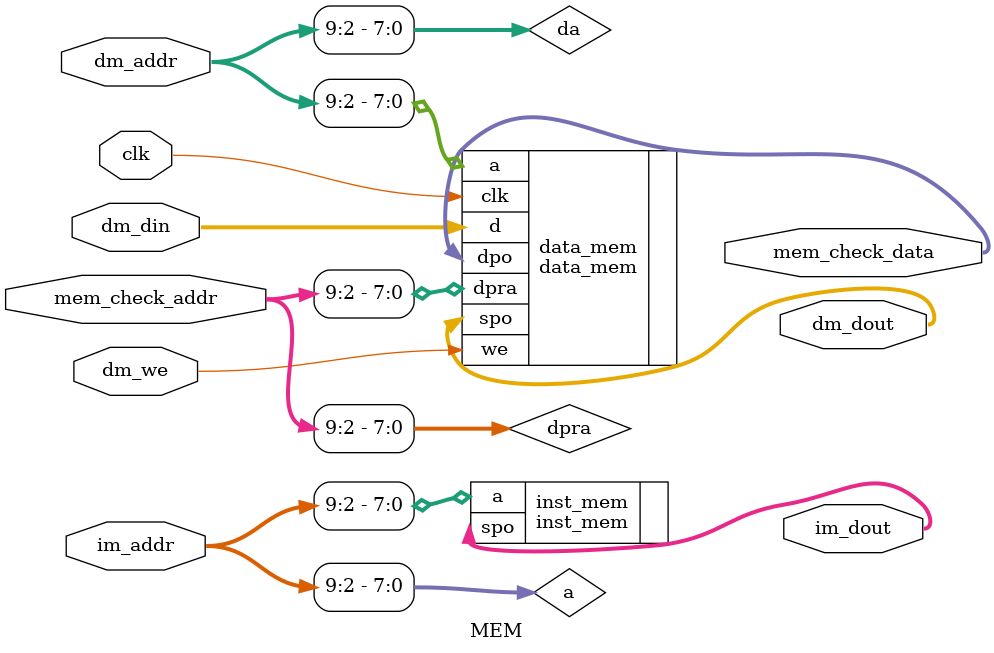
<source format=v>
module MEM(
    input clk,

    // MEM Data BUS with CPU
	// IM port
    input [31:0] im_addr,
    output [31:0] im_dout,
	
	// DM port
    input  [31:0] dm_addr,
    input dm_we,
    input  [31:0] dm_din,
    output [31:0] dm_dout,

    // MEM Debug BUS
    input [31:0] mem_check_addr,
    output [31:0] mem_check_data
);
   
   // TODO: Your IP here.
   // Remember that we need [9:2]?
    wire [7:0] dpra;
    wire [7:0] a;
    wire [7:0] da;
    assign da = dm_addr[9:2];
    assign dpra = mem_check_addr[9:2];
    assign a = im_addr[9:2];

    data_mem data_mem(
        .a(da),
        .d(dm_din),
        .dpra(dpra),
        .we(dm_we),
        .clk(clk),
        .spo(dm_dout),
        .dpo(mem_check_data)
    );

    inst_mem inst_mem(
        .a(a),
        .spo(im_dout)
    );

endmodule
</source>
